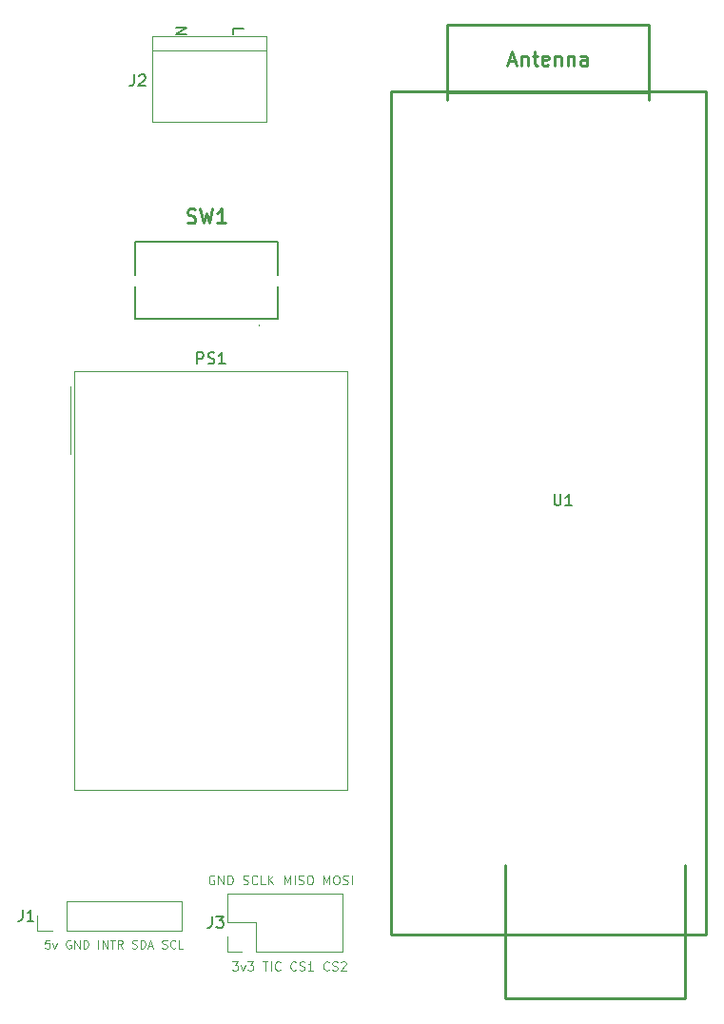
<source format=gbr>
%TF.GenerationSoftware,KiCad,Pcbnew,(6.0.0-0)*%
%TF.CreationDate,2023-01-03T09:21:55+01:00*%
%TF.ProjectId,epanel-controller,6570616e-656c-42d6-936f-6e74726f6c6c,rev?*%
%TF.SameCoordinates,Original*%
%TF.FileFunction,Legend,Top*%
%TF.FilePolarity,Positive*%
%FSLAX46Y46*%
G04 Gerber Fmt 4.6, Leading zero omitted, Abs format (unit mm)*
G04 Created by KiCad (PCBNEW (6.0.0-0)) date 2023-01-03 09:21:55*
%MOMM*%
%LPD*%
G01*
G04 APERTURE LIST*
%ADD10C,0.125000*%
%ADD11C,0.150000*%
%ADD12C,0.120000*%
%ADD13C,0.254000*%
%ADD14C,0.200000*%
%ADD15C,0.100000*%
%ADD16R,1.700000X1.700000*%
%ADD17O,1.700000X1.700000*%
%ADD18R,2.300000X2.000000*%
%ADD19C,2.300000*%
%ADD20C,2.775000*%
%ADD21R,3.000000X3.000000*%
%ADD22C,3.000000*%
%ADD23R,1.778000X1.778000*%
%ADD24C,1.778000*%
G04 APERTURE END LIST*
D10*
X103251714Y-131674285D02*
X102894571Y-131674285D01*
X102858857Y-132031428D01*
X102894571Y-131995714D01*
X102966000Y-131960000D01*
X103144571Y-131960000D01*
X103216000Y-131995714D01*
X103251714Y-132031428D01*
X103287428Y-132102857D01*
X103287428Y-132281428D01*
X103251714Y-132352857D01*
X103216000Y-132388571D01*
X103144571Y-132424285D01*
X102966000Y-132424285D01*
X102894571Y-132388571D01*
X102858857Y-132352857D01*
X103537428Y-131924285D02*
X103716000Y-132424285D01*
X103894571Y-131924285D01*
X105144571Y-131710000D02*
X105073142Y-131674285D01*
X104966000Y-131674285D01*
X104858857Y-131710000D01*
X104787428Y-131781428D01*
X104751714Y-131852857D01*
X104716000Y-131995714D01*
X104716000Y-132102857D01*
X104751714Y-132245714D01*
X104787428Y-132317142D01*
X104858857Y-132388571D01*
X104966000Y-132424285D01*
X105037428Y-132424285D01*
X105144571Y-132388571D01*
X105180285Y-132352857D01*
X105180285Y-132102857D01*
X105037428Y-132102857D01*
X105501714Y-132424285D02*
X105501714Y-131674285D01*
X105930285Y-132424285D01*
X105930285Y-131674285D01*
X106287428Y-132424285D02*
X106287428Y-131674285D01*
X106466000Y-131674285D01*
X106573142Y-131710000D01*
X106644571Y-131781428D01*
X106680285Y-131852857D01*
X106716000Y-131995714D01*
X106716000Y-132102857D01*
X106680285Y-132245714D01*
X106644571Y-132317142D01*
X106573142Y-132388571D01*
X106466000Y-132424285D01*
X106287428Y-132424285D01*
X107608857Y-132424285D02*
X107608857Y-131674285D01*
X107966000Y-132424285D02*
X107966000Y-131674285D01*
X108394571Y-132424285D01*
X108394571Y-131674285D01*
X108644571Y-131674285D02*
X109073142Y-131674285D01*
X108858857Y-132424285D02*
X108858857Y-131674285D01*
X109751714Y-132424285D02*
X109501714Y-132067142D01*
X109323142Y-132424285D02*
X109323142Y-131674285D01*
X109608857Y-131674285D01*
X109680285Y-131710000D01*
X109716000Y-131745714D01*
X109751714Y-131817142D01*
X109751714Y-131924285D01*
X109716000Y-131995714D01*
X109680285Y-132031428D01*
X109608857Y-132067142D01*
X109323142Y-132067142D01*
X110608857Y-132388571D02*
X110716000Y-132424285D01*
X110894571Y-132424285D01*
X110966000Y-132388571D01*
X111001714Y-132352857D01*
X111037428Y-132281428D01*
X111037428Y-132210000D01*
X111001714Y-132138571D01*
X110966000Y-132102857D01*
X110894571Y-132067142D01*
X110751714Y-132031428D01*
X110680285Y-131995714D01*
X110644571Y-131960000D01*
X110608857Y-131888571D01*
X110608857Y-131817142D01*
X110644571Y-131745714D01*
X110680285Y-131710000D01*
X110751714Y-131674285D01*
X110930285Y-131674285D01*
X111037428Y-131710000D01*
X111358857Y-132424285D02*
X111358857Y-131674285D01*
X111537428Y-131674285D01*
X111644571Y-131710000D01*
X111716000Y-131781428D01*
X111751714Y-131852857D01*
X111787428Y-131995714D01*
X111787428Y-132102857D01*
X111751714Y-132245714D01*
X111716000Y-132317142D01*
X111644571Y-132388571D01*
X111537428Y-132424285D01*
X111358857Y-132424285D01*
X112073142Y-132210000D02*
X112430285Y-132210000D01*
X112001714Y-132424285D02*
X112251714Y-131674285D01*
X112501714Y-132424285D01*
X113287428Y-132388571D02*
X113394571Y-132424285D01*
X113573142Y-132424285D01*
X113644571Y-132388571D01*
X113680285Y-132352857D01*
X113716000Y-132281428D01*
X113716000Y-132210000D01*
X113680285Y-132138571D01*
X113644571Y-132102857D01*
X113573142Y-132067142D01*
X113430285Y-132031428D01*
X113358857Y-131995714D01*
X113323142Y-131960000D01*
X113287428Y-131888571D01*
X113287428Y-131817142D01*
X113323142Y-131745714D01*
X113358857Y-131710000D01*
X113430285Y-131674285D01*
X113608857Y-131674285D01*
X113716000Y-131710000D01*
X114466000Y-132352857D02*
X114430285Y-132388571D01*
X114323142Y-132424285D01*
X114251714Y-132424285D01*
X114144571Y-132388571D01*
X114073142Y-132317142D01*
X114037428Y-132245714D01*
X114001714Y-132102857D01*
X114001714Y-131995714D01*
X114037428Y-131852857D01*
X114073142Y-131781428D01*
X114144571Y-131710000D01*
X114251714Y-131674285D01*
X114323142Y-131674285D01*
X114430285Y-131710000D01*
X114466000Y-131745714D01*
X115144571Y-132424285D02*
X114787428Y-132424285D01*
X114787428Y-131674285D01*
D11*
X119562619Y-51109523D02*
X119562619Y-50633333D01*
X120562619Y-50633333D01*
X114482619Y-50514285D02*
X115482619Y-50514285D01*
X114482619Y-51085714D01*
X115482619Y-51085714D01*
D12*
X117901190Y-125965000D02*
X117825000Y-125926904D01*
X117710714Y-125926904D01*
X117596428Y-125965000D01*
X117520238Y-126041190D01*
X117482142Y-126117380D01*
X117444047Y-126269761D01*
X117444047Y-126384047D01*
X117482142Y-126536428D01*
X117520238Y-126612619D01*
X117596428Y-126688809D01*
X117710714Y-126726904D01*
X117786904Y-126726904D01*
X117901190Y-126688809D01*
X117939285Y-126650714D01*
X117939285Y-126384047D01*
X117786904Y-126384047D01*
X118282142Y-126726904D02*
X118282142Y-125926904D01*
X118739285Y-126726904D01*
X118739285Y-125926904D01*
X119120238Y-126726904D02*
X119120238Y-125926904D01*
X119310714Y-125926904D01*
X119425000Y-125965000D01*
X119501190Y-126041190D01*
X119539285Y-126117380D01*
X119577380Y-126269761D01*
X119577380Y-126384047D01*
X119539285Y-126536428D01*
X119501190Y-126612619D01*
X119425000Y-126688809D01*
X119310714Y-126726904D01*
X119120238Y-126726904D01*
X120491666Y-126688809D02*
X120605952Y-126726904D01*
X120796428Y-126726904D01*
X120872619Y-126688809D01*
X120910714Y-126650714D01*
X120948809Y-126574523D01*
X120948809Y-126498333D01*
X120910714Y-126422142D01*
X120872619Y-126384047D01*
X120796428Y-126345952D01*
X120644047Y-126307857D01*
X120567857Y-126269761D01*
X120529761Y-126231666D01*
X120491666Y-126155476D01*
X120491666Y-126079285D01*
X120529761Y-126003095D01*
X120567857Y-125965000D01*
X120644047Y-125926904D01*
X120834523Y-125926904D01*
X120948809Y-125965000D01*
X121748809Y-126650714D02*
X121710714Y-126688809D01*
X121596428Y-126726904D01*
X121520238Y-126726904D01*
X121405952Y-126688809D01*
X121329761Y-126612619D01*
X121291666Y-126536428D01*
X121253571Y-126384047D01*
X121253571Y-126269761D01*
X121291666Y-126117380D01*
X121329761Y-126041190D01*
X121405952Y-125965000D01*
X121520238Y-125926904D01*
X121596428Y-125926904D01*
X121710714Y-125965000D01*
X121748809Y-126003095D01*
X122472619Y-126726904D02*
X122091666Y-126726904D01*
X122091666Y-125926904D01*
X122739285Y-126726904D02*
X122739285Y-125926904D01*
X123196428Y-126726904D02*
X122853571Y-126269761D01*
X123196428Y-125926904D02*
X122739285Y-126384047D01*
X124148809Y-126726904D02*
X124148809Y-125926904D01*
X124415476Y-126498333D01*
X124682142Y-125926904D01*
X124682142Y-126726904D01*
X125063095Y-126726904D02*
X125063095Y-125926904D01*
X125405952Y-126688809D02*
X125520238Y-126726904D01*
X125710714Y-126726904D01*
X125786904Y-126688809D01*
X125825000Y-126650714D01*
X125863095Y-126574523D01*
X125863095Y-126498333D01*
X125825000Y-126422142D01*
X125786904Y-126384047D01*
X125710714Y-126345952D01*
X125558333Y-126307857D01*
X125482142Y-126269761D01*
X125444047Y-126231666D01*
X125405952Y-126155476D01*
X125405952Y-126079285D01*
X125444047Y-126003095D01*
X125482142Y-125965000D01*
X125558333Y-125926904D01*
X125748809Y-125926904D01*
X125863095Y-125965000D01*
X126358333Y-125926904D02*
X126510714Y-125926904D01*
X126586904Y-125965000D01*
X126663095Y-126041190D01*
X126701190Y-126193571D01*
X126701190Y-126460238D01*
X126663095Y-126612619D01*
X126586904Y-126688809D01*
X126510714Y-126726904D01*
X126358333Y-126726904D01*
X126282142Y-126688809D01*
X126205952Y-126612619D01*
X126167857Y-126460238D01*
X126167857Y-126193571D01*
X126205952Y-126041190D01*
X126282142Y-125965000D01*
X126358333Y-125926904D01*
X127653571Y-126726904D02*
X127653571Y-125926904D01*
X127920238Y-126498333D01*
X128186904Y-125926904D01*
X128186904Y-126726904D01*
X128720238Y-125926904D02*
X128872619Y-125926904D01*
X128948809Y-125965000D01*
X129025000Y-126041190D01*
X129063095Y-126193571D01*
X129063095Y-126460238D01*
X129025000Y-126612619D01*
X128948809Y-126688809D01*
X128872619Y-126726904D01*
X128720238Y-126726904D01*
X128644047Y-126688809D01*
X128567857Y-126612619D01*
X128529761Y-126460238D01*
X128529761Y-126193571D01*
X128567857Y-126041190D01*
X128644047Y-125965000D01*
X128720238Y-125926904D01*
X129367857Y-126688809D02*
X129482142Y-126726904D01*
X129672619Y-126726904D01*
X129748809Y-126688809D01*
X129786904Y-126650714D01*
X129825000Y-126574523D01*
X129825000Y-126498333D01*
X129786904Y-126422142D01*
X129748809Y-126384047D01*
X129672619Y-126345952D01*
X129520238Y-126307857D01*
X129444047Y-126269761D01*
X129405952Y-126231666D01*
X129367857Y-126155476D01*
X129367857Y-126079285D01*
X129405952Y-126003095D01*
X129444047Y-125965000D01*
X129520238Y-125926904D01*
X129710714Y-125926904D01*
X129825000Y-125965000D01*
X130167857Y-126726904D02*
X130167857Y-125926904D01*
X119526685Y-133597704D02*
X120021923Y-133597704D01*
X119755257Y-133902466D01*
X119869542Y-133902466D01*
X119945733Y-133940561D01*
X119983828Y-133978657D01*
X120021923Y-134054847D01*
X120021923Y-134245323D01*
X119983828Y-134321514D01*
X119945733Y-134359609D01*
X119869542Y-134397704D01*
X119640971Y-134397704D01*
X119564780Y-134359609D01*
X119526685Y-134321514D01*
X120288590Y-133864371D02*
X120479066Y-134397704D01*
X120669542Y-133864371D01*
X120898114Y-133597704D02*
X121393352Y-133597704D01*
X121126685Y-133902466D01*
X121240971Y-133902466D01*
X121317161Y-133940561D01*
X121355257Y-133978657D01*
X121393352Y-134054847D01*
X121393352Y-134245323D01*
X121355257Y-134321514D01*
X121317161Y-134359609D01*
X121240971Y-134397704D01*
X121012400Y-134397704D01*
X120936209Y-134359609D01*
X120898114Y-134321514D01*
X122231447Y-133597704D02*
X122688590Y-133597704D01*
X122460019Y-134397704D02*
X122460019Y-133597704D01*
X122955257Y-134397704D02*
X122955257Y-133597704D01*
X123793352Y-134321514D02*
X123755257Y-134359609D01*
X123640971Y-134397704D01*
X123564780Y-134397704D01*
X123450495Y-134359609D01*
X123374304Y-134283419D01*
X123336209Y-134207228D01*
X123298114Y-134054847D01*
X123298114Y-133940561D01*
X123336209Y-133788180D01*
X123374304Y-133711990D01*
X123450495Y-133635800D01*
X123564780Y-133597704D01*
X123640971Y-133597704D01*
X123755257Y-133635800D01*
X123793352Y-133673895D01*
X125202876Y-134321514D02*
X125164780Y-134359609D01*
X125050495Y-134397704D01*
X124974304Y-134397704D01*
X124860019Y-134359609D01*
X124783828Y-134283419D01*
X124745733Y-134207228D01*
X124707638Y-134054847D01*
X124707638Y-133940561D01*
X124745733Y-133788180D01*
X124783828Y-133711990D01*
X124860019Y-133635800D01*
X124974304Y-133597704D01*
X125050495Y-133597704D01*
X125164780Y-133635800D01*
X125202876Y-133673895D01*
X125507638Y-134359609D02*
X125621923Y-134397704D01*
X125812400Y-134397704D01*
X125888590Y-134359609D01*
X125926685Y-134321514D01*
X125964780Y-134245323D01*
X125964780Y-134169133D01*
X125926685Y-134092942D01*
X125888590Y-134054847D01*
X125812400Y-134016752D01*
X125660019Y-133978657D01*
X125583828Y-133940561D01*
X125545733Y-133902466D01*
X125507638Y-133826276D01*
X125507638Y-133750085D01*
X125545733Y-133673895D01*
X125583828Y-133635800D01*
X125660019Y-133597704D01*
X125850495Y-133597704D01*
X125964780Y-133635800D01*
X126726685Y-134397704D02*
X126269542Y-134397704D01*
X126498114Y-134397704D02*
X126498114Y-133597704D01*
X126421923Y-133711990D01*
X126345733Y-133788180D01*
X126269542Y-133826276D01*
X128136209Y-134321514D02*
X128098114Y-134359609D01*
X127983828Y-134397704D01*
X127907638Y-134397704D01*
X127793352Y-134359609D01*
X127717161Y-134283419D01*
X127679066Y-134207228D01*
X127640971Y-134054847D01*
X127640971Y-133940561D01*
X127679066Y-133788180D01*
X127717161Y-133711990D01*
X127793352Y-133635800D01*
X127907638Y-133597704D01*
X127983828Y-133597704D01*
X128098114Y-133635800D01*
X128136209Y-133673895D01*
X128440971Y-134359609D02*
X128555257Y-134397704D01*
X128745733Y-134397704D01*
X128821923Y-134359609D01*
X128860019Y-134321514D01*
X128898114Y-134245323D01*
X128898114Y-134169133D01*
X128860019Y-134092942D01*
X128821923Y-134054847D01*
X128745733Y-134016752D01*
X128593352Y-133978657D01*
X128517161Y-133940561D01*
X128479066Y-133902466D01*
X128440971Y-133826276D01*
X128440971Y-133750085D01*
X128479066Y-133673895D01*
X128517161Y-133635800D01*
X128593352Y-133597704D01*
X128783828Y-133597704D01*
X128898114Y-133635800D01*
X129202876Y-133673895D02*
X129240971Y-133635800D01*
X129317161Y-133597704D01*
X129507638Y-133597704D01*
X129583828Y-133635800D01*
X129621923Y-133673895D01*
X129660019Y-133750085D01*
X129660019Y-133826276D01*
X129621923Y-133940561D01*
X129164780Y-134397704D01*
X129660019Y-134397704D01*
D11*
%TO.C,J1*%
X100846666Y-128992380D02*
X100846666Y-129706666D01*
X100799047Y-129849523D01*
X100703809Y-129944761D01*
X100560952Y-129992380D01*
X100465714Y-129992380D01*
X101846666Y-129992380D02*
X101275238Y-129992380D01*
X101560952Y-129992380D02*
X101560952Y-128992380D01*
X101465714Y-129135238D01*
X101370476Y-129230476D01*
X101275238Y-129278095D01*
%TO.C,PS1*%
X116403214Y-80407380D02*
X116403214Y-79407380D01*
X116784166Y-79407380D01*
X116879404Y-79455000D01*
X116927023Y-79502619D01*
X116974642Y-79597857D01*
X116974642Y-79740714D01*
X116927023Y-79835952D01*
X116879404Y-79883571D01*
X116784166Y-79931190D01*
X116403214Y-79931190D01*
X117355595Y-80359761D02*
X117498452Y-80407380D01*
X117736547Y-80407380D01*
X117831785Y-80359761D01*
X117879404Y-80312142D01*
X117927023Y-80216904D01*
X117927023Y-80121666D01*
X117879404Y-80026428D01*
X117831785Y-79978809D01*
X117736547Y-79931190D01*
X117546071Y-79883571D01*
X117450833Y-79835952D01*
X117403214Y-79788333D01*
X117355595Y-79693095D01*
X117355595Y-79597857D01*
X117403214Y-79502619D01*
X117450833Y-79455000D01*
X117546071Y-79407380D01*
X117784166Y-79407380D01*
X117927023Y-79455000D01*
X118879404Y-80407380D02*
X118307976Y-80407380D01*
X118593690Y-80407380D02*
X118593690Y-79407380D01*
X118498452Y-79550238D01*
X118403214Y-79645476D01*
X118307976Y-79693095D01*
D13*
%TO.C,SW1*%
X115526666Y-67824047D02*
X115708095Y-67884523D01*
X116010476Y-67884523D01*
X116131428Y-67824047D01*
X116191904Y-67763571D01*
X116252380Y-67642619D01*
X116252380Y-67521666D01*
X116191904Y-67400714D01*
X116131428Y-67340238D01*
X116010476Y-67279761D01*
X115768571Y-67219285D01*
X115647619Y-67158809D01*
X115587142Y-67098333D01*
X115526666Y-66977380D01*
X115526666Y-66856428D01*
X115587142Y-66735476D01*
X115647619Y-66675000D01*
X115768571Y-66614523D01*
X116070952Y-66614523D01*
X116252380Y-66675000D01*
X116675714Y-66614523D02*
X116978095Y-67884523D01*
X117220000Y-66977380D01*
X117461904Y-67884523D01*
X117764285Y-66614523D01*
X118913333Y-67884523D02*
X118187619Y-67884523D01*
X118550476Y-67884523D02*
X118550476Y-66614523D01*
X118429523Y-66795952D01*
X118308571Y-66916904D01*
X118187619Y-66977380D01*
D11*
%TO.C,J2*%
X110791666Y-54697380D02*
X110791666Y-55411666D01*
X110744047Y-55554523D01*
X110648809Y-55649761D01*
X110505952Y-55697380D01*
X110410714Y-55697380D01*
X111220238Y-54792619D02*
X111267857Y-54745000D01*
X111363095Y-54697380D01*
X111601190Y-54697380D01*
X111696428Y-54745000D01*
X111744047Y-54792619D01*
X111791666Y-54887857D01*
X111791666Y-54983095D01*
X111744047Y-55125952D01*
X111172619Y-55697380D01*
X111791666Y-55697380D01*
%TO.C,U1*%
X148188095Y-92012380D02*
X148188095Y-92821904D01*
X148235714Y-92917142D01*
X148283333Y-92964761D01*
X148378571Y-93012380D01*
X148569047Y-93012380D01*
X148664285Y-92964761D01*
X148711904Y-92917142D01*
X148759523Y-92821904D01*
X148759523Y-92012380D01*
X149759523Y-93012380D02*
X149188095Y-93012380D01*
X149473809Y-93012380D02*
X149473809Y-92012380D01*
X149378571Y-92155238D01*
X149283333Y-92250476D01*
X149188095Y-92298095D01*
D13*
X144132380Y-53506666D02*
X144737142Y-53506666D01*
X144011428Y-53869523D02*
X144434761Y-52599523D01*
X144858095Y-53869523D01*
X145281428Y-53022857D02*
X145281428Y-53869523D01*
X145281428Y-53143809D02*
X145341904Y-53083333D01*
X145462857Y-53022857D01*
X145644285Y-53022857D01*
X145765238Y-53083333D01*
X145825714Y-53204285D01*
X145825714Y-53869523D01*
X146249047Y-53022857D02*
X146732857Y-53022857D01*
X146430476Y-52599523D02*
X146430476Y-53688095D01*
X146490952Y-53809047D01*
X146611904Y-53869523D01*
X146732857Y-53869523D01*
X147640000Y-53809047D02*
X147519047Y-53869523D01*
X147277142Y-53869523D01*
X147156190Y-53809047D01*
X147095714Y-53688095D01*
X147095714Y-53204285D01*
X147156190Y-53083333D01*
X147277142Y-53022857D01*
X147519047Y-53022857D01*
X147640000Y-53083333D01*
X147700476Y-53204285D01*
X147700476Y-53325238D01*
X147095714Y-53446190D01*
X148244761Y-53022857D02*
X148244761Y-53869523D01*
X148244761Y-53143809D02*
X148305238Y-53083333D01*
X148426190Y-53022857D01*
X148607619Y-53022857D01*
X148728571Y-53083333D01*
X148789047Y-53204285D01*
X148789047Y-53869523D01*
X149393809Y-53022857D02*
X149393809Y-53869523D01*
X149393809Y-53143809D02*
X149454285Y-53083333D01*
X149575238Y-53022857D01*
X149756666Y-53022857D01*
X149877619Y-53083333D01*
X149938095Y-53204285D01*
X149938095Y-53869523D01*
X151087142Y-53869523D02*
X151087142Y-53204285D01*
X151026666Y-53083333D01*
X150905714Y-53022857D01*
X150663809Y-53022857D01*
X150542857Y-53083333D01*
X151087142Y-53809047D02*
X150966190Y-53869523D01*
X150663809Y-53869523D01*
X150542857Y-53809047D01*
X150482380Y-53688095D01*
X150482380Y-53567142D01*
X150542857Y-53446190D01*
X150663809Y-53385714D01*
X150966190Y-53385714D01*
X151087142Y-53325238D01*
D11*
%TO.C,J3*%
X117732666Y-129576580D02*
X117732666Y-130290866D01*
X117685047Y-130433723D01*
X117589809Y-130528961D01*
X117446952Y-130576580D01*
X117351714Y-130576580D01*
X118113619Y-129576580D02*
X118732666Y-129576580D01*
X118399333Y-129957533D01*
X118542190Y-129957533D01*
X118637428Y-130005152D01*
X118685047Y-130052771D01*
X118732666Y-130148009D01*
X118732666Y-130386104D01*
X118685047Y-130481342D01*
X118637428Y-130528961D01*
X118542190Y-130576580D01*
X118256476Y-130576580D01*
X118161238Y-130528961D01*
X118113619Y-130481342D01*
D12*
%TO.C,J1*%
X103510000Y-130870000D02*
X102180000Y-130870000D01*
X102180000Y-130870000D02*
X102180000Y-129540000D01*
X115000000Y-130870000D02*
X115000000Y-128210000D01*
X104780000Y-128210000D02*
X115000000Y-128210000D01*
X104780000Y-130870000D02*
X104780000Y-128210000D01*
X104780000Y-130870000D02*
X115000000Y-130870000D01*
%TO.C,PS1*%
X129737500Y-81075000D02*
X129737500Y-118315000D01*
X105497500Y-81075000D02*
X105497500Y-118315000D01*
X105497500Y-118315000D02*
X129737500Y-118315000D01*
X105117500Y-82455000D02*
X105117500Y-88455000D01*
X129737500Y-81075000D02*
X105497500Y-81075000D01*
D14*
%TO.C,SW1*%
X110870000Y-69595000D02*
X123570000Y-69595000D01*
X110870000Y-76455000D02*
X110870000Y-73525000D01*
X110870000Y-72525000D02*
X110870000Y-69595000D01*
X123570000Y-73525000D02*
X123570000Y-76455000D01*
D15*
X121920000Y-77025000D02*
X121920000Y-77025000D01*
D14*
X123570000Y-69595000D02*
X123570000Y-72525000D01*
D15*
X121920000Y-76925000D02*
X121920000Y-76925000D01*
D14*
X123570000Y-76455000D02*
X110870000Y-76455000D01*
D15*
X121920000Y-76925000D02*
G75*
G03*
X121920000Y-77025000I0J-50000D01*
G01*
X121920000Y-77025000D02*
G75*
G03*
X121920000Y-76925000I0J50000D01*
G01*
D12*
%TO.C,J2*%
X112395000Y-52570000D02*
X122555000Y-52570000D01*
X112395000Y-51300000D02*
X112395000Y-58920000D01*
X112395000Y-58920000D02*
X122555000Y-58920000D01*
X122555000Y-51300000D02*
X112395000Y-51300000D01*
X122555000Y-58920000D02*
X122555000Y-51300000D01*
D13*
%TO.C,U1*%
X133650000Y-131160000D02*
X161650000Y-131160000D01*
X159831000Y-136856000D02*
X143831000Y-136856000D01*
X143831000Y-136856000D02*
X143831000Y-125056000D01*
X138640000Y-50295000D02*
X138640000Y-56915000D01*
X159831000Y-125056000D02*
X159831000Y-136856000D01*
X156640000Y-50295000D02*
X156640000Y-56915000D01*
X133650000Y-124840000D02*
X133650000Y-131160000D01*
X133650000Y-124840000D02*
X133650000Y-56160000D01*
X138640000Y-56295000D02*
X156640000Y-56295000D01*
X133650000Y-56160000D02*
X161650000Y-56160000D01*
X138640000Y-50295000D02*
X156640000Y-50295000D01*
X161650000Y-131160000D02*
X161650000Y-56160000D01*
D12*
%TO.C,J3*%
X121666000Y-130124200D02*
X119066000Y-130124200D01*
X121666000Y-132724200D02*
X129346000Y-132724200D01*
X129346000Y-132724200D02*
X129346000Y-127524200D01*
X120396000Y-132724200D02*
X119066000Y-132724200D01*
X119066000Y-127524200D02*
X129346000Y-127524200D01*
X121666000Y-132724200D02*
X121666000Y-130124200D01*
X119066000Y-130124200D02*
X119066000Y-127524200D01*
X119066000Y-132724200D02*
X119066000Y-131394200D01*
%TD*%
%LPC*%
D16*
%TO.C,J1*%
X103510000Y-129540000D03*
D17*
X106050000Y-129540000D03*
X108590000Y-129540000D03*
X111130000Y-129540000D03*
X113670000Y-129540000D03*
%TD*%
D18*
%TO.C,PS1*%
X108727500Y-84455000D03*
D19*
X108727500Y-89535000D03*
X108727500Y-114935000D03*
X126507500Y-114935000D03*
X126507500Y-109855000D03*
%TD*%
D20*
%TO.C,SW1*%
X121920000Y-73025000D03*
X117220000Y-73025000D03*
X112520000Y-73025000D03*
%TD*%
D21*
%TO.C,J2*%
X120015000Y-55110000D03*
D22*
X114935000Y-55110000D03*
%TD*%
D23*
%TO.C,U1*%
X134940000Y-84230000D03*
D24*
X134940000Y-86770000D03*
X134940000Y-89310000D03*
X134940000Y-91850000D03*
X134940000Y-94390000D03*
X134940000Y-96930000D03*
X134940000Y-99470000D03*
X134940000Y-102010000D03*
X134940000Y-104550000D03*
X134940000Y-107090000D03*
X160340000Y-107090000D03*
X160340000Y-104550000D03*
X160340000Y-102010000D03*
X160340000Y-99470000D03*
X160340000Y-96930000D03*
X160340000Y-94390000D03*
X160340000Y-91850000D03*
X160340000Y-89310000D03*
X160340000Y-86770000D03*
X160340000Y-84230000D03*
%TD*%
D16*
%TO.C,J3*%
X120396000Y-131394200D03*
D17*
X120396000Y-128854200D03*
X122936000Y-131394200D03*
X122936000Y-128854200D03*
X125476000Y-131394200D03*
X125476000Y-128854200D03*
X128016000Y-131394200D03*
X128016000Y-128854200D03*
%TD*%
M02*

</source>
